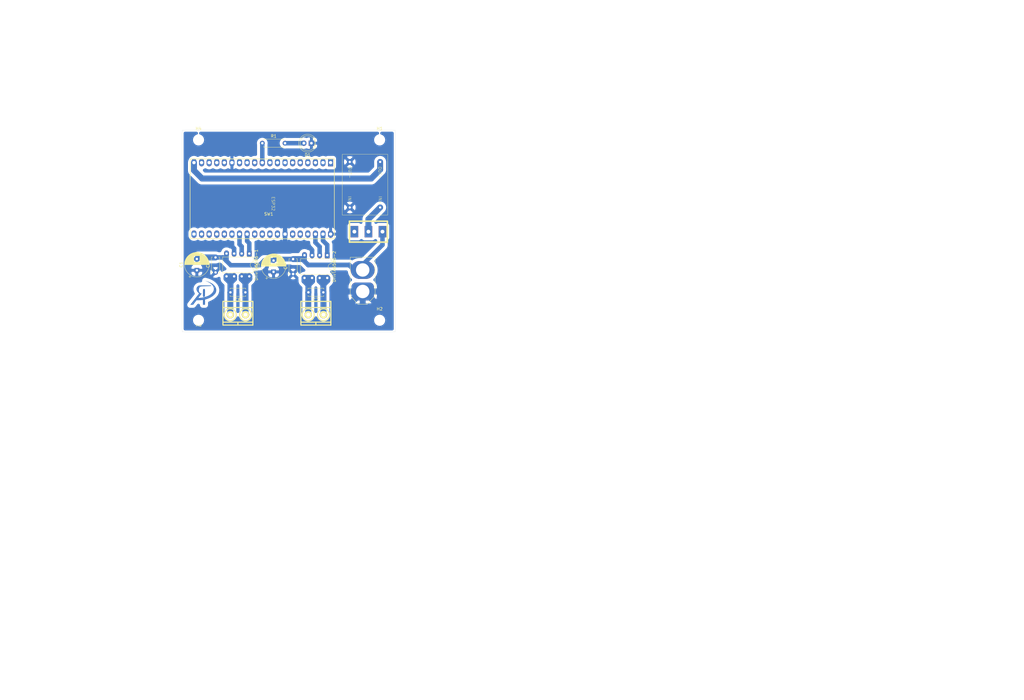
<source format=kicad_pcb>
(kicad_pcb (version 20241229) (generator "pcbnew") (generator_version "9.0")
  (layers (0 "F.Cu" signal) (2 "B.Cu" signal) (13 "F.Paste" user) (15 "B.Paste" user) (5 "F.SilkS" user "F.Silkscreen") (7 "B.SilkS" user "B.Silkscreen") (1 "F.Mask" user) (3 "B.Mask" user) (25 "Edge.Cuts" user))
  (net 0 "")
  (net 1 "VCC")
  (net 2 "GND")
  (net 3 "VCC1")
  (net 4 "Net-(D1-A)")
  (net 5 "Net-(Motor2-Pin_2)")
  (net 6 "Net-(Motor2-Pin_1)")
  (net 7 "Net-(Motor1-Pin_2)")
  (net 8 "Net-(Motor1-Pin_1)")
  (net 9 "INB1")
  (net 10 "INA1")
  (net 11 "INB2")
  (net 12 "INA2")
  (net 14 "LED")
  (net 25 "+5V")
  (footprint "Package_DIP:DIP-8_W7.62mm" (layer "F.Cu") (at 83.88 69.6 -90)
    (property "Reference" "DrivTA6586-2" (at 3.81 -2.33 90) (layer "F.SilkS"))
    (property "Value" "~")
    (pad "1" thru_hole roundrect (at 0 0 270) (size 2.11 1.6) (drill 0.8) (layers "*.Cu" "*.Mask") (roundrect_rratio 0.15625) (net 12 "INA2"))
    (pad "2" thru_hole oval (at 0 2.54 270) (size 2.11 1.6) (drill 0.8) (layers "*.Cu" "*.Mask") (net 11 "INB2"))
    (pad "3" thru_hole oval (at 0 5.08 270) (size 2.11 1.6) (drill 0.8) (layers "*.Cu" "*.Mask") (net 2 "GND"))
    (pad "4" thru_hole oval (at 0 7.62 270) (size 2.11 1.6) (drill 0.8) (layers "*.Cu" "*.Mask") (net 1 "VCC"))
    (pad "5" thru_hole oval (at 7.62 7.62 270) (size 2.11 1.6) (drill 0.8) (layers "*.Cu" "*.Mask") (net 6 "Net-(Motor2-Pin_1)"))
    (pad "6" thru_hole oval (at 7.62 5.08 270) (size 2.11 1.6) (drill 0.8) (layers "*.Cu" "*.Mask") (net 6 "Net-(Motor2-Pin_1)"))
    (pad "7" thru_hole oval (at 7.62 2.54 270) (size 2.11 1.6) (drill 0.8) (layers "*.Cu" "*.Mask") (net 5 "Net-(Motor2-Pin_2)"))
    (pad "8" thru_hole oval (at 7.62 0 270) (size 2.11 1.6) (drill 0.8) (layers "*.Cu" "*.Mask") (net 5 "Net-(Motor2-Pin_2)"))
  )
  (footprint "Connector_AMASS:AMASS_XT60-F_1x02_P7.20mm_Vertical" (layer "F.Cu") (at 95.74 81.75 90)
    (property "Reference" "Alimentacion1" (hide yes))
    (property "Value" "TB_1X2")
    (pad "1" thru_hole roundrect (at 0 0 90) (size 6 7.5) (drill 4.5) (layers "*.Cu" "*.Mask") (net 2 "GND"))
    (pad "2" thru_hole oval (at 7.2 0 90) (size 6 8) (drill 4.5) (layers "*.Cu" "*.Mask") (net 1 "VCC"))
  )
  (footprint "Package_DIP:DIP-8_W7.62mm" (layer "F.Cu") (at 57.79 69.055 -90)
    (property "Reference" "DrivTA6586-1" (at 3.81 -2.33 90) (layer "F.SilkS"))
    (property "Value" "~")
    (pad "1" thru_hole roundrect (at 0 0 270) (size 2.1 1.6) (drill 0.8) (layers "*.Cu" "*.Mask") (roundrect_rratio 0.15625) (net 10 "INA1"))
    (pad "2" thru_hole oval (at 0 2.54 270) (size 2.11 1.6) (drill 0.8) (layers "*.Cu" "*.Mask") (net 9 "INB1"))
    (pad "3" thru_hole oval (at 0 5.08 270) (size 2.11 1.6) (drill 0.8) (layers "*.Cu" "*.Mask") (net 2 "GND"))
    (pad "4" thru_hole oval (at 0 7.62 270) (size 2.11 1.6) (drill 0.8) (layers "*.Cu" "*.Mask") (net 1 "VCC"))
    (pad "5" thru_hole oval (at 7.62 7.62 270) (size 2.11 1.6) (drill 0.8) (layers "*.Cu" "*.Mask") (net 8 "Net-(Motor1-Pin_1)"))
    (pad "6" thru_hole oval (at 7.62 5.08 270) (size 2.11 1.6) (drill 0.8) (layers "*.Cu" "*.Mask") (net 8 "Net-(Motor1-Pin_1)"))
    (pad "7" thru_hole oval (at 7.62 2.54 270) (size 2.11 1.6) (drill 0.8) (layers "*.Cu" "*.Mask") (net 7 "Net-(Motor1-Pin_2)"))
    (pad "8" thru_hole oval (at 7.62 0 270) (size 2.11 1.6) (drill 0.8) (layers "*.Cu" "*.Mask") (net 7 "Net-(Motor1-Pin_2)"))
  )
  (footprint "huellas Trejo:esp32 38 pin usb-c" (layer "F.Cu") (at 65.31 52.39 -90)
    (property "Reference" "ESP32" (at 0 -0.5 270) (layer "F.SilkS") (effects (font (thickness 0.1))))
    (property "Value" "~")
    (pad "1" thru_hole rect (at -13.77 -19.69 270) (size 2.5 1.665) (drill 1.11) (layers "*.Cu" "*.Mask"))
    (pad "2" thru_hole oval (at -13.77 -17.15 270) (size 2.5 1.7) (drill 1.11) (layers "*.Cu" "*.Mask"))
    (pad "3" thru_hole oval (at -13.77 -14.61 270) (size 2.5 1.7) (drill 1.11) (layers "*.Cu" "*.Mask"))
    (pad "4" thru_hole oval (at -13.77 -12.07 270) (size 2.5 1.7) (drill 1.11) (layers "*.Cu" "*.Mask"))
    (pad "5" thru_hole oval (at -13.77 -9.53 270) (size 2.5 1.7) (drill 1.11) (layers "*.Cu" "*.Mask"))
    (pad "6" thru_hole oval (at -13.77 -6.99 270) (size 2.5 1.7) (drill 1.11) (layers "*.Cu" "*.Mask"))
    (pad "7" thru_hole oval (at -13.77 -4.45 270) (size 2.5 1.7) (drill 1.11) (layers "*.Cu" "*.Mask"))
    (pad "8" thru_hole oval (at -13.77 -1.91 270) (size 2.5 1.7) (drill 1.11) (layers "*.Cu" "*.Mask"))
    (pad "9" thru_hole oval (at -13.77 0.63 270) (size 2.5 1.7) (drill 1.11) (layers "*.Cu" "*.Mask"))
    (pad "10" thru_hole oval (at -13.77 3.17 270) (size 2.5 1.7) (drill 1.11) (layers "*.Cu" "*.Mask") (net 14 "LED"))
    (pad "11" thru_hole oval (at -13.77 5.71 270) (size 2.5 1.7) (drill 1.11) (layers "*.Cu" "*.Mask"))
    (pad "12" thru_hole oval (at -13.77 8.25 270) (size 2.5 1.7) (drill 1.11) (layers "*.Cu" "*.Mask"))
    (pad "13" thru_hole oval (at -13.77 10.79 270) (size 2.5 1.7) (drill 1.11) (layers "*.Cu" "*.Mask"))
    (pad "14" thru_hole oval (at -13.77 13.33 270) (size 2.5 1.7) (drill 1.11) (layers "*.Cu" "*.Mask") (net 2 "GND"))
    (pad "15" thru_hole oval (at -13.77 15.87 270) (size 2.5 1.7) (drill 1.11) (layers "*.Cu" "*.Mask"))
    (pad "16" thru_hole oval (at -13.77 18.41 270) (size 2.5 1.7) (drill 1.11) (layers "*.Cu" "*.Mask"))
    (pad "17" thru_hole oval (at -13.77 20.95 270) (size 2.5 1.7) (drill 1.11) (layers "*.Cu" "*.Mask"))
    (pad "18" thru_hole oval (at -13.77 23.49 270) (size 2.5 1.7) (drill 1.11) (layers "*.Cu" "*.Mask"))
    (pad "19" thru_hole oval (at -13.77 26.03 270) (size 2.5 1.7) (drill 1.11) (layers "*.Cu" "*.Mask") (net 25 "+5V"))
    (pad "20" thru_hole oval (at 10.16 26.03 270) (size 2.5 1.7) (drill 1.11) (layers "*.Cu" "*.Mask"))
    (pad "21" thru_hole oval (at 10.16 23.49 270) (size 2.5 1.7) (drill 1.11) (layers "*.Cu" "*.Mask"))
    (pad "22" thru_hole oval (at 10.16 20.95 270) (size 2.5 1.7) (drill 1.11) (layers "*.Cu" "*.Mask"))
    (pad "23" thru_hole oval (at 10.16 18.41 270) (size 2.5 1.7) (drill 1.11) (layers "*.Cu" "*.Mask"))
    (pad "24" thru_hole oval (at 10.16 15.87 270) (size 2.5 1.7) (drill 1.11) (layers "*.Cu" "*.Mask"))
    (pad "25" thru_hole oval (at 10.16 13.33 270) (size 2.5 1.7) (drill 1.11) (layers "*.Cu" "*.Mask"))
    (pad "26" thru_hole oval (at 10.16 10.79 270) (size 2.5 1.7) (drill 1.11) (layers "*.Cu" "*.Mask") (net 9 "INB1"))
    (pad "27" thru_hole oval (at 10.16 8.25 270) (size 2.5 1.7) (drill 1.11) (layers "*.Cu" "*.Mask") (net 10 "INA1"))
    (pad "28" thru_hole oval (at 10.16 5.71 270) (size 2.5 1.7) (drill 1.11) (layers "*.Cu" "*.Mask"))
    (pad "29" thru_hole oval (at 10.16 3.17 270) (size 2.5 1.7) (drill 1.11) (layers "*.Cu" "*.Mask"))
    (pad "30" thru_hole oval (at 10.16 0.63 270) (size 2.5 1.7) (drill 1.11) (layers "*.Cu" "*.Mask"))
    (pad "31" thru_hole oval (at 10.16 -1.91 270) (size 2.5 1.7) (drill 1.11) (layers "*.Cu" "*.Mask"))
    (pad "32" thru_hole oval (at 10.16 -4.45 270) (size 2.5 1.7) (drill 1.11) (layers "*.Cu" "*.Mask") (net 2 "GND"))
    (pad "33" thru_hole oval (at 10.16 -6.99 270) (size 2.5 1.7) (drill 1.11) (layers "*.Cu" "*.Mask"))
    (pad "34" thru_hole oval (at 10.16 -9.53 270) (size 2.5 1.7) (drill 1.11) (layers "*.Cu" "*.Mask"))
    (pad "35" thru_hole oval (at 10.16 -12.07 270) (size 2.5 1.7) (drill 1.11) (layers "*.Cu" "*.Mask"))
    (pad "36" thru_hole oval (at 10.16 -14.61 270) (size 2.5 1.7) (drill 1.11) (layers "*.Cu" "*.Mask") (net 11 "INB2"))
    (pad "37" thru_hole oval (at 10.16 -17.15 270) (size 2.5 1.7) (drill 1.11) (layers "*.Cu" "*.Mask") (net 12 "INA2"))
    (pad "38" thru_hole oval (at 10.16 -19.69 270) (size 2.5 1.7) (drill 1.11) (layers "*.Cu" "*.Mask") (net 2 "GND"))
  )
  (footprint "Capacitor_THT:CP_Radial_D8.0mm_P3.80mm" (layer "F.Cu") (at 40.24 74.662651 90)
    (property "Reference" "C1" (at 1.9 -5.25 90) (layer "F.SilkS"))
    (property "Value" "470uf")
    (pad "1" thru_hole rect (at 0 0 90) (size 1.6 1.6) (drill 0.8) (layers "*.Cu" "*.Mask") (net 2 "GND"))
    (pad "2" thru_hole circle (at 3.8 0 90) (size 1.6 1.6) (drill 0.8) (layers "*.Cu" "*.Mask") (net 1 "VCC"))
  )
  (footprint "LED_THT:LED_D5.0mm" (layer "F.Cu") (at 78.58 32.12 180)
    (property "Reference" "D1" (at 1.27 -3.96 0) (layer "F.SilkS"))
    (property "Value" "LED")
    (pad "1" thru_hole rect (at 0 0 180) (size 1.8 1.8) (drill 0.9) (layers "*.Cu" "*.Mask") (net 2 "GND"))
    (pad "2" thru_hole circle (at 2.54 0 180) (size 1.8 1.8) (drill 0.9) (layers "*.Cu" "*.Mask") (net 4 "Net-(D1-A)"))
  )
  (footprint "EESTN5:BORNERA2_AZUL" (layer "F.Cu") (at 53.98 89.51)
    (property "Reference" "Motor1" (hide yes))
    (property "Value" "Screw_Terminal_01x02" (hide yes))
    (pad "1" thru_hole circle (at -2.54 0) (size 2.5 2.5) (drill 1.3) (layers "*.Cu" "*.Mask" "F.SilkS") (net 8 "Net-(Motor1-Pin_1)"))
    (pad "2" thru_hole circle (at 2.54 0) (size 2.5 2.5) (drill 1.3) (layers "*.Cu" "*.Mask" "F.SilkS") (net 7 "Net-(Motor1-Pin_2)"))
  )
  (footprint "MountingHole:MountingHole_3.2mm_M3_DIN965" (layer "F.Cu") (at 101.41 91.39)
    (property "Reference" "H2" (at 0 -3.8 0) (layer "F.SilkS"))
    (property "Value" "MountingHole")
    (pad "" np_thru_hole circle (at 0 0) (size 3.2 3.2) (drill 3.2) (layers "*.Cu" "*.Mask"))
  )
  (footprint "MountingHole:MountingHole_3.2mm_M3_DIN965" (layer "F.Cu") (at 40.8 31.03)
    (property "Reference" "H4" (at 0 -3.8 0) (layer "F.SilkS"))
    (property "Value" "MountingHole")
    (pad "" np_thru_hole circle (at 0 0) (size 3.2 3.2) (drill 3.2) (layers "*.Cu" "*.Mask"))
  )
  (footprint "MountingHole:MountingHole_3.2mm_M3_DIN965" (layer "F.Cu") (at 101.41 31.03)
    (property "Reference" "H1" (at 0 -3.8 0) (layer "F.SilkS"))
    (property "Value" "MountingHole")
    (pad "" np_thru_hole circle (at 0 0) (size 3.2 3.2) (drill 3.2) (layers "*.Cu" "*.Mask"))
  )
  (footprint "Capacitor_THT:CP_Radial_D8.0mm_P3.80mm" (layer "F.Cu") (at 65.91 75.182651 90)
    (property "Reference" "C3" (at 1.9 -5.25 90) (layer "F.SilkS"))
    (property "Value" "470uf")
    (pad "1" thru_hole rect (at 0 0 90) (size 1.6 1.6) (drill 0.8) (layers "*.Cu" "*.Mask") (net 2 "GND"))
    (pad "2" thru_hole circle (at 3.8 0 90) (size 1.6 1.6) (drill 0.8) (layers "*.Cu" "*.Mask") (net 1 "VCC"))
  )
  (footprint "MountingHole:MountingHole_3.2mm_M3_DIN965" (layer "F.Cu") (at 40.8 91.39)
    (property "Reference" "H3" (at 0.04 1.57 0) (layer "F.SilkS"))
    (property "Value" "MountingHole")
    (pad "" np_thru_hole circle (at 0 0) (size 3.2 3.2) (drill 3.2) (layers "*.Cu" "*.Mask"))
  )
  (footprint "Capacitor_THT:C_Disc_D5.0mm_W2.5mm_P5.00mm" (layer "F.Cu") (at 72.45 75.905 90)
    (property "Reference" "C4" (at 2.5 -2.5 90) (layer "F.SilkS"))
    (property "Value" "0.1uf")
    (pad "1" thru_hole circle (at 0 0 90) (size 1.6 1.6) (drill 0.8) (layers "*.Cu" "*.Mask") (net 2 "GND"))
    (pad "2" thru_hole circle (at 5 0 90) (size 1.6 1.6) (drill 0.8) (layers "*.Cu" "*.Mask") (net 1 "VCC"))
  )
  (footprint "Capacitor_THT:C_Disc_D5.0mm_W2.5mm_P5.00mm" (layer "F.Cu") (at 56.48 82.03 180)
    (property "Reference" "C8" (at 2.5 -2.5 180) (layer "F.SilkS"))
    (property "Value" "10nf")
    (pad "1" thru_hole circle (at 0 0 180) (size 1.6 1.6) (drill 0.8) (layers "*.Cu" "*.Mask") (net 7 "Net-(Motor1-Pin_2)"))
    (pad "2" thru_hole circle (at 5 0 180) (size 1.6 1.6) (drill 0.8) (layers "*.Cu" "*.Mask") (net 8 "Net-(Motor1-Pin_1)"))
  )
  (footprint "EESTN5:SW_SPDT_TH_Vertical" (layer "F.Cu") (at 97.66 61.72 -90)
    (property "Reference" "SW1" (at -5.888 33.369 180) (layer "F.SilkS"))
    (property "Value" "SW_DPST_x2" (hide yes))
    (pad "1" thru_hole rect (at 0 -4.7 270) (size 3.81 2.54) (drill 1.27) (layers "*.Cu" "*.Mask") (net 1 "VCC"))
    (pad "2" thru_hole rect (at 0 0 270) (size 3.81 2.54) (drill 1.27) (layers "*.Cu" "*.Mask") (net 3 "VCC1"))
    (pad "3" thru_hole rect (at 0 4.7 270) (size 3.81 2.54) (drill 1.27) (layers "*.Cu" "*.Mask"))
  )
  (footprint "EESTN5:BORNERA2_AZUL" (layer "F.Cu") (at 80.07 89.51)
    (property "Reference" "Motor2" (hide yes))
    (property "Value" "Screw_Terminal_01x02" (hide yes))
    (pad "1" thru_hole circle (at -2.54 0) (size 2.5 2.5) (drill 1.3) (layers "*.Cu" "*.Mask" "F.SilkS") (net 6 "Net-(Motor2-Pin_1)"))
    (pad "2" thru_hole circle (at 2.54 0) (size 2.5 2.5) (drill 1.3) (layers "*.Cu" "*.Mask" "F.SilkS") (net 5 "Net-(Motor2-Pin_2)"))
  )
  (footprint "Capacitor_THT:C_Disc_D5.0mm_W2.5mm_P5.00mm" (layer "F.Cu") (at 46.49 75.36 90)
    (property "Reference" "C2" (at 2.5 -2.5 90) (layer "F.SilkS"))
    (property "Value" "0.1uf")
    (pad "1" thru_hole circle (at 0 0 90) (size 1.6 1.6) (drill 0.8) (layers "*.Cu" "*.Mask") (net 2 "GND"))
    (pad "2" thru_hole circle (at 5 0 90) (size 1.6 1.6) (drill 0.8) (layers "*.Cu" "*.Mask") (net 1 "VCC"))
  )
  (footprint "Libreria-T:STEPDOWN" (layer "F.Cu") (at 96.5 45.21)
    (property "Reference" "stepdown1" (hide yes))
    (property "Value" "~" (hide yes))
    (fp_text user "IN+" (at 4.53 4.55 270) (layer "F.SilkS") (effects (font (thickness 0.1)) (justify left bottom)))
    (fp_text user "IN-" (at -5.72 4.55 270) (layer "F.SilkS") (effects (font (thickness 0.1)) (justify left bottom)))
    (fp_text user "OUT+" (at 4.405 -5.35 270) (layer "F.SilkS") (effects (font (thickness 0.1)) (justify left bottom)))
    (fp_text user "OUT-" (at -5.57 -5.425 270) (layer "F.SilkS") (effects (font (thickness 0.1)) (justify left bottom)))
    (pad "1" thru_hole circle (at -5.08 -6.82) (size 1.905 1.905) (drill 0.762) (layers "*.Cu" "*.Mask") (net 2 "GND"))
    (pad "2" thru_hole circle (at 5.08 -6.82) (size 1.905 1.905) (drill 0.762) (layers "*.Cu" "*.Mask") (net 25 "+5V"))
    (pad "3" thru_hole circle (at -5.08 8.42) (size 1.905 1.905) (drill 0.762) (layers "*.Cu" "*.Mask") (net 2 "GND"))
    (pad "4" thru_hole circle (at 5.08 8.42) (size 1.905 1.905) (drill 0.762) (layers "*.Cu" "*.Mask") (net 3 "VCC1"))
  )
  (footprint "Capacitor_THT:C_Disc_D5.0mm_W2.5mm_P5.00mm" (layer "F.Cu") (at 82.57 82.03 180)
    (property "Reference" "C7" (at 2.5 -2.5 0) (layer "F.SilkS"))
    (property "Value" "10nf")
    (pad "1" thru_hole circle (at 0 0 180) (size 1.6 1.6) (drill 0.8) (layers "*.Cu" "*.Mask") (net 5 "Net-(Motor2-Pin_2)"))
    (pad "2" thru_hole circle (at 5 0 180) (size 1.6 1.6) (drill 0.8) (layers "*.Cu" "*.Mask") (net 6 "Net-(Motor2-Pin_1)"))
  )
  (footprint "Resistor_THT:R_Axial_DIN0207_L6.3mm_D2.5mm_P7.62mm_Horizontal" (layer "F.Cu") (at 62.14 32.12)
    (property "Reference" "R1" (at 3.81 -2.37 0) (layer "F.SilkS"))
    (property "Value" "R")
    (pad "1" thru_hole circle (at 0 0) (size 1.6 1.6) (drill 0.8) (layers "*.Cu" "*.Mask") (net 14 "LED"))
    (pad "2" thru_hole oval (at 7.62 0) (size 1.6 1.6) (drill 0.8) (layers "*.Cu" "*.Mask") (net 4 "Net-(D1-A)"))
  )
  (footprint "LOGO" (layer "B.Cu") (at 42.388512 82.091593 180)
    (property "Reference" "G***" (hide yes))
    (property "Value" "LOGO" (hide yes))
    (fp_poly (pts (xy -0.625682 3.927149) (xy -0.636646 3.879664) (xy -0.678931 3.873899) (xy -0.744677 3.903124) (xy -0.732181 3.927149) (xy -0.637389 3.936708)) (fill yes) (layer "B.Cu"))
    (fp_poly (pts (xy -0.077269 1.174511) (xy -0.005706 1.112534) (xy 0.043782 1.036791) (xy 0.078788 0.908282) (xy 0.101566 0.702649) (xy 0.114366 0.395535) (xy 0.11944 -0.037418) (xy 0.119811 -0.245328) (xy 0.119545 -0.727297) (xy 0.113072 -1.070163) (xy 0.091875 -1.294559) (xy 0.047438 -1.421112) (xy -0.028755 -1.470455) (xy -0.14522 -1.463215) (xy -0.310473 -1.420025) (xy -0.359435 -1.406297) (xy -0.55912 -1.350845) (xy -0.581335 -0.156811) (xy -0.588117 0.310761) (xy -0.586741 0.644175) (xy -0.574942 0.868916) (xy -0.550454 1.010464) (xy -0.51101 1.094303) (xy -0.466226 1.137637) (xy -0.26013 1.231197)) (fill yes) (layer "B.Cu"))
    (fp_poly (pts (xy -0.887851 3.843346) (xy -0.8702 3.8095) (xy -0.922779 3.800331) (xy -1.111022 3.751154) (xy -1.391213 3.630906) (xy -1.724886 3.460772) (xy -2.073572 3.261936) (xy -2.398803 3.055584) (xy -2.662111 2.862898) (xy -2.729431 2.805405) (xy -3.155233 2.33682) (xy -3.426402 1.847171) (xy -3.544962 1.346653) (xy -3.512941 0.845462) (xy -3.332364 0.353795) (xy -3.005256 -0.118153) (xy -2.533646 -0.560185) (xy -1.988511 -0.923328) (xy -1.479572 -1.169299) (xy -0.869687 -1.393353) (xy -0.212245 -1.581078) (xy 0.439364 -1.718063) (xy 1.031747 -1.789895) (xy 1.248678 -1.79717) (xy 1.64103 -1.79717) (xy 1.080106 -1.086079) (xy 0.856877 -0.799124) (xy 0.675779 -0.558782) (xy 0.556753 -0.392029) (xy 0.519182 -0.327274) (xy 0.587141 -0.29015) (xy 0.701095 -0.27956) (xy 0.970442 -0.205793) (xy 1.217548 -0.005934) (xy 1.358317 0.200568) (xy 1.453253 0.516755) (xy 1.472325 0.902368) (xy 1.4173 1.287212) (xy 1.324566 1.540761) (xy 1.234683 1.704112) (xy 1.140727 1.830538) (xy 1.021701 1.925336) (xy 0.856607 1.993801) (xy 0.62445 2.04123) (xy 0.304231 2.072921) (xy -0.125047 2.094168) (xy -0.68438 2.11027) (xy -0.958491 2.116667) (xy -1.541183 2.131303) (xy -1.982563 2.146352) (xy -2.301065 2.16349) (xy -2.51512 2.184392) (xy -2.643162 2.210734) (xy -2.703622 2.244191) (xy -2.715724 2.276415) (xy -2.697716 2.313511) (xy -2.632103 2.342233) (xy -2.501499 2.363605) (xy -2.28852 2.378647) (xy -1.975781 2.388384) (xy -1.545897 2.393838) (xy -0.981484 2.396031) (xy -0.678931 2.396226) (xy -0.05177 2.395521) (xy 0.436568 2.392415) (xy 0.807007 2.385428) (xy 1.080469 2.373077) (xy 1.277876 2.35388) (xy 1.420153 2.326354) (xy 1.528221 2.289018) (xy 1.623004 2.24039) (xy 1.637149 2.232159) (xy 1.985656 1.947474) (xy 2.200671 1.595477) (xy 2.281279 1.197981) (xy 2.226565 0.776798) (xy 2.035615 0.353742) (xy 1.731862 -0.02537) (xy 1.41293 -0.344302) (xy 2.654577 -1.929384) (xy 3.008925 -2.381715) (xy 3.343237 -2.80842) (xy 3.640852 -3.188235) (xy 3.885109 -3.499901) (xy 4.059347 -3.722154) (xy 4.131396 -3.813994) (xy 4.366568 -4.113522) (xy 3.882113 -4.113522) (xy 3.397658 -4.113522) (xy 2.827304 -3.354717) (xy 2.25695 -2.595912) (xy 1.60772 -2.595218) (xy 1.23179 -2.588252) (xy 0.854715 -2.570584) (xy 0.554363 -2.545934) (xy 0.53915 -2.544155) (xy 0.119811 -2.493786) (xy 0.119811 -3.303654) (xy 0.119811 -4.113522) (xy -0.239623 -4.113522) (xy -0.599057 -4.113522) (xy -0.599057 -3.242686) (xy -0.599057 -2.371849) (xy -1.174205 -2.197153) (xy -1.899874 -1.930526) (xy -2.570388 -1.594412) (xy -3.162807 -1.20506) (xy -3.654188 -0.778715) (xy -4.021591 -0.331625) (xy -4.163869 -0.079874) (xy -4.333566 0.454773) (xy -4.349544 0.994518) (xy -4.21695 1.527689) (xy -3.94093 2.042612) (xy -3.526632 2.527612) (xy -2.979201 2.971016) (xy -2.755169 3.115393) (xy -2.480222 3.266045) (xy -2.148728 3.423412) (xy -1.79588 3.573777) (xy -1.456873 3.703418) (xy -1.166899 3.798615) (xy -0.961154 3.84565)) (fill yes) (layer "B.Cu"))
  )
  (gr_rect (start 35.32 27.78) (end 106.63 95.28) (stroke (width 0.05)) (fill no) (layer "Edge.Cuts"))
  (segment (start 66.387651 70.905) (end 65.91 71.382651) (width 1.6) (layer "B.Cu") (net 1))
  (segment (start 102.36 61.72) (end 102.36 66.16) (width 1.5) (layer "B.Cu") (net 1))
  (segment (start 49 70.36) (end 50.17 71.53) (width 1.5) (layer "B.Cu") (net 1))
  (segment (start 91.21 72.88) (end 92.88 74.55) (width 1.6) (layer "B.Cu") (net 1))
  (segment (start 61.19 72.96) (end 51.6 72.96) (width 1.5) (layer "B.Cu") (net 1))
  (segment (start 92.88 74.55) (end 95.74 74.55) (width 1.6) (layer "B.Cu") (net 1))
  (segment (start 102.36 66.16) (end 95.74 72.78) (width 1.5) (layer "B.Cu") (net 1))
  (segment (start 76.26 69.6) (end 76.26 71.65) (width 1.6) (layer "B.Cu") (net 1))
  (segment (start 95.74 72.78) (end 95.74 74.55) (width 1.5) (layer "B.Cu") (net 1))
  (segment (start 72.45 70.905) (end 66.387651 70.905) (width 1.6) (layer "B.Cu") (net 1))
  (segment (start 65.91 71.382651) (end 65.847349 71.32) (width 1.5) (layer "B.Cu") (net 1))
  (segment (start 46.49 70.36) (end 49 70.36) (width 1.5) (layer "B.Cu") (net 1))
  (segment (start 76.26 71.65) (end 77.49 72.88) (width 1.6) (layer "B.Cu") (net 1))
  (segment (start 51.6 72.96) (end 50.17 71.53) (width 1.5) (layer "B.Cu") (net 1))
  (segment (start 72.45 70.905) (end 75.515 70.905) (width 2) (layer "B.Cu") (net 1))
  (segment (start 65.847349 71.32) (end 62.83 71.32) (width 1.5) (layer "B.Cu") (net 1))
  (segment (start 62.83 71.32) (end 61.19 72.96) (width 1.5) (layer "B.Cu") (net 1))
  (segment (start 46.49 70.36) (end 40.742651 70.36) (width 2) (layer "B.Cu") (net 1))
  (segment (start 50.17 71.53) (end 50.17 69.055) (width 1.5) (layer "B.Cu") (net 1))
  (segment (start 77.49 72.88) (end 91.21 72.88) (width 1.6) (layer "B.Cu") (net 1))
  (segment (start 40.742651 70.36) (end 40.24 70.862651) (width 2) (layer "B.Cu") (net 1))
  (segment (start 95.74 81.75) (end 101.04 81.75) (width 2) (layer "B.Cu") (net 2))
  (segment (start 95.74 81.75) (end 91.14 81.75) (width 2) (layer "B.Cu") (net 2))
  (segment (start 52.71 67.39) (end 51.11 65.79) (width 1.5) (layer "B.Cu") (net 2))
  (segment (start 52.71 69.055) (end 52.71 67.39) (width 1.5) (layer "B.Cu") (net 2))
  (segment (start 95.74 81.75) (end 91.68 85.81) (width 2) (layer "B.Cu") (net 2))
  (segment (start 95.74 81.75) (end 96.25 81.75) (width 2) (layer "B.Cu") (net 2))
  (segment (start 95.74 81.75) (end 95.74 87.23) (width 2) (layer "B.Cu") (net 2))
  (segment (start 69.76 62.55) (end 69.76 59.45) (width 1.5) (layer "B.Cu") (net 2))
  (segment (start 78.8 67.92) (end 77.58 66.7) (width 1.5) (layer "B.Cu") (net 2))
  (segment (start 78.8 69.6) (end 78.8 67.92) (width 1.5) (layer "B.Cu") (net 2))
  (segment (start 96.25 81.75) (end 100.3 85.8) (width 2) (layer "B.Cu") (net 2))
  (segment (start 69.76 62.55) (end 69.76 65.54) (width 1.5) (layer "B.Cu") (net 2))
  (segment (start 97.66 61.72) (end 97.66 57.55) (width 2) (layer "B.Cu") (net 3))
  (segment (start 97.66 57.55) (end 101.58 53.63) (width 2) (layer "B.Cu") (net 3))
  (segment (start 69.76 32.12) (end 76.04 32.12) (width 1.5) (layer "B.Cu") (net 4))
  (segment (start 82.67 77.22) (end 81.34 77.22) (width 2) (layer "B.Cu") (net 5))
  (segment (start 83.88 77.22) (end 82.67 77.22) (width 2) (layer "B.Cu") (net 5))
  (segment (start 82.57 79.39) (end 82.57 77.32) (width 2) (layer "B.Cu") (net 5))
  (segment (start 81.34 77.22) (end 81.34 78.16) (width 2) (layer "B.Cu") (net 5))
  (segment (start 82.61 89.51) (end 82.61 82.07) (width 2) (layer "B.Cu") (net 5))
  (segment (start 83.88 78.08) (end 82.57 79.39) (width 2) (layer "B.Cu") (net 5))
  (segment (start 81.34 78.16) (end 82.57 79.39) (width 2) (layer "B.Cu") (net 5))
  (segment (start 82.57 82.03) (end 82.57 79.39) (width 2) (layer "B.Cu") (net 5))
  (segment (start 83.88 77.22) (end 83.88 78.08) (width 2) (layer "B.Cu") (net 5))
  (segment (start 82.61 82.07) (end 82.57 82.03) (width 2) (layer "B.Cu") (net 5))
  (segment (start 78.8 78.27) (end 77.57 79.5) (width 2) (layer "B.Cu") (net 6))
  (segment (start 77.53 77.22) (end 76.26 77.22) (width 2) (layer "B.Cu") (net 6))
  (segment (start 76.26 78.19) (end 77.57 79.5) (width 2) (layer "B.Cu") (net 6))
  (segment (start 77.57 82.03) (end 77.57 79.5) (width 2) (layer "B.Cu") (net 6))
  (segment (start 78.8 77.22) (end 78.8 78.27) (width 2) (layer "B.Cu") (net 6))
  (segment (start 77.53 89.51) (end 77.53 82.07) (width 2) (layer "B.Cu") (net 6))
  (segment (start 76.26 77.22) (end 76.26 78.19) (width 2) (layer "B.Cu") (net 6))
  (segment (start 78.8 77.22) (end 77.53 77.22) (width 2) (layer "B.Cu") (net 6))
  (segment (start 77.57 79.5) (end 77.57 77.26) (width 2) (layer "B.Cu") (net 6))
  (segment (start 77.53 82.07) (end 77.57 82.03) (width 2) (layer "B.Cu") (net 6))
  (segment (start 55.25 77.58) (end 56.48 78.81) (width 2) (layer "B.Cu") (net 7))
  (segment (start 56.52 82.07) (end 56.48 82.03) (width 2) (layer "B.Cu") (net 7))
  (segment (start 57.79 77.5) (end 56.48 78.81) (width 2) (layer "B.Cu") (net 7))
  (segment (start 57.79 76.675) (end 57.79 77.5) (width 2) (layer "B.Cu") (net 7))
  (segment (start 56.48 82.03) (end 56.48 78.81) (width 2) (layer "B.Cu") (net 7))
  (segment (start 55.25 76.675) (end 55.25 77.58) (width 2) (layer "B.Cu") (net 7))
  (segment (start 55.25 76.675) (end 57.79 76.675) (width 2) (layer "B.Cu") (net 7))
  (segment (start 56.52 89.51) (end 56.52 82.07) (width 2) (layer "B.Cu") (net 7))
  (segment (start 56.48 78.81) (end 56.48 76.675) (width 2) (layer "B.Cu") (net 7))
  (segment (start 50.17 76.675) (end 52.71 76.675) (width 2) (layer "B.Cu") (net 8))
  (segment (start 52.71 77.5) (end 51.48 78.73) (width 2) (layer "B.Cu") (net 8))
  (segment (start 52.71 76.675) (end 52.71 77.5) (width 2) (layer "B.Cu") (net 8))
  (segment (start 51.48 82.03) (end 51.48 78.73) (width 2) (layer "B.Cu") (net 8))
  (segment (start 50.17 76.675) (end 50.17 77.42) (width 2) (layer "B.Cu") (net 8))
  (segment (start 51.44 82.07) (end 51.48 82.03) (width 2) (layer "B.Cu") (net 8))
  (segment (start 51.44 89.51) (end 51.44 82.07) (width 2) (layer "B.Cu") (net 8))
  (segment (start 50.17 77.42) (end 51.48 78.73) (width 2) (layer "B.Cu") (net 8))
  (segment (start 51.48 78.73) (end 51.48 76.695) (width 2) (layer "B.Cu") (net 8))
  (segment (start 55.25 66.7) (end 54.52 65.97) (width 1.5) (layer "B.Cu") (net 9))
  (segment (start 54.52 65.97) (end 54.52 62.55) (width 1.5) (layer "B.Cu") (net 9))
  (segment (start 55.25 69.055) (end 55.25 66.7) (width 1.5) (layer "B.Cu") (net 9))
  (segment (start 57.79 69.055) (end 57.79 65.61) (width 1.5) (layer "B.Cu") (net 10))
  (segment (start 57.05 62.49) (end 57.06 62.48) (width 1) (layer "B.Cu") (net 10))
  (segment (start 57.06 64.88) (end 57.06 62.55) (width 1.5) (layer "B.Cu") (net 10))
  (segment (start 57.79 65.61) (end 57.06 64.88) (width 1.5) (layer "B.Cu") (net 10))
  (segment (start 79.92 65.36) (end 79.92 62.55) (width 1.5) (layer "B.Cu") (net 11))
  (segment (start 81.34 69.6) (end 81.34 66.78) (width 1.5) (layer "B.Cu") (net 11))
  (segment (start 81.34 66.78) (end 79.92 65.36) (width 1.5) (layer "B.Cu") (net 11))
  (segment (start 83.88 69.6) (end 83.88 66.17) (width 1.5) (layer "B.Cu") (net 12))
  (segment (start 83.88 66.17) (end 82.46 64.75) (width 1.5) (layer "B.Cu") (net 12))
  (segment (start 82.46 64.75) (end 82.46 62.55) (width 1.5) (layer "B.Cu") (net 12))
  (segment (start 62.14 38.62) (end 62.14 32.12) (width 1.5) (layer "B.Cu") (net 14))
  (segment (start 101.58 40.96) (end 98.59 43.95) (width 2) (layer "B.Cu") (net 25))
  (segment (start 101.58 38.39) (end 101.58 40.96) (width 2) (layer "B.Cu") (net 25))
  (segment (start 98.59 43.95) (end 41.99 43.95) (width 2) (layer "B.Cu") (net 25))
  (segment (start 39.28 41.24) (end 39.28 38.62) (width 2) (layer "B.Cu") (net 25))
  (segment (start 41.99 43.95) (end 39.28 41.24) (width 2) (layer "B.Cu") (net 25))
  (zone (net 2) (net_name "GND") (layer "B.Cu") (connect_pads (clearance 1)) (min_thickness 1) (fill yes (thermal_gap 1) (thermal_bridge_width 1) (island_removal_mode 1) (island_area_min 10))
    (polygon (pts (xy -25.64 -15.8) (xy -25.64 218.47) (xy 317.06 218.47) (xy 317.06 -15.8)))
  )
)
</source>
